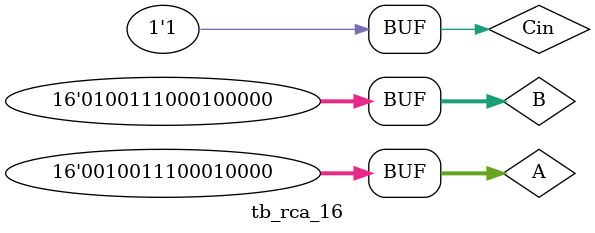
<source format=v>
module tb_rca_16;
    reg [15:0] A, B;
    reg Cin;
    wire [15:0] SUM;
    wire Cout;

    rca_16 UUT (
        .A(A), .B(B), .Cin(Cin),
        .SUM(SUM), .Cout(Cout)
    );

    initial begin
        A = 16'd12345; B = 16'd5432; Cin = 0;
        #10 A = 16'd65535; B = 16'd1; Cin = 0;
        #10 A = 16'd30000; B = 16'd30000; Cin = 1;
        #10 A = 16'd10000; B = 16'd20000; Cin = 1;
    end
endmodule

</source>
